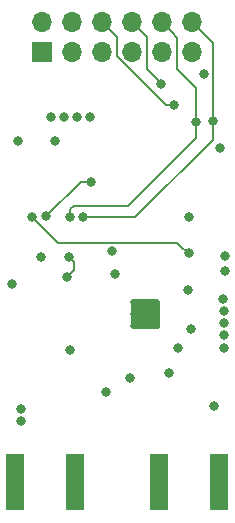
<source format=gbr>
G04 #@! TF.GenerationSoftware,KiCad,Pcbnew,5.1.5-52549c5~84~ubuntu18.04.1*
G04 #@! TF.CreationDate,2020-01-04T20:43:16+00:00*
G04 #@! TF.ProjectId,SX1257_pmod,53583132-3537-45f7-906d-6f642e6b6963,rev?*
G04 #@! TF.SameCoordinates,Original*
G04 #@! TF.FileFunction,Copper,L4,Bot*
G04 #@! TF.FilePolarity,Positive*
%FSLAX46Y46*%
G04 Gerber Fmt 4.6, Leading zero omitted, Abs format (unit mm)*
G04 Created by KiCad (PCBNEW 5.1.5-52549c5~84~ubuntu18.04.1) date 2020-01-04 20:43:16*
%MOMM*%
%LPD*%
G04 APERTURE LIST*
%ADD10R,1.524000X4.800000*%
%ADD11O,1.700000X1.700000*%
%ADD12R,1.700000X1.700000*%
%ADD13C,0.100000*%
%ADD14C,0.500000*%
%ADD15C,0.800000*%
%ADD16C,0.342900*%
%ADD17C,0.203200*%
G04 APERTURE END LIST*
D10*
X133096000Y-65613000D03*
X128016000Y-65613000D03*
X115824000Y-65613000D03*
X120904000Y-65613000D03*
D11*
X130810000Y-26670000D03*
X130810000Y-29210000D03*
X128270000Y-26670000D03*
X128270000Y-29210000D03*
X125730000Y-26670000D03*
X125730000Y-29210000D03*
X123190000Y-26670000D03*
X123190000Y-29210000D03*
X120650000Y-26670000D03*
X120650000Y-29210000D03*
X118110000Y-26670000D03*
D12*
X118110000Y-29210000D03*
G04 #@! TA.AperFunction,Conductor*
D13*
G36*
X127914504Y-50136204D02*
G01*
X127938773Y-50139804D01*
X127962571Y-50145765D01*
X127985671Y-50154030D01*
X128007849Y-50164520D01*
X128028893Y-50177133D01*
X128048598Y-50191747D01*
X128066777Y-50208223D01*
X128083253Y-50226402D01*
X128097867Y-50246107D01*
X128110480Y-50267151D01*
X128120970Y-50289329D01*
X128129235Y-50312429D01*
X128135196Y-50336227D01*
X128138796Y-50360496D01*
X128140000Y-50385000D01*
X128140000Y-52385000D01*
X128138796Y-52409504D01*
X128135196Y-52433773D01*
X128129235Y-52457571D01*
X128120970Y-52480671D01*
X128110480Y-52502849D01*
X128097867Y-52523893D01*
X128083253Y-52543598D01*
X128066777Y-52561777D01*
X128048598Y-52578253D01*
X128028893Y-52592867D01*
X128007849Y-52605480D01*
X127985671Y-52615970D01*
X127962571Y-52624235D01*
X127938773Y-52630196D01*
X127914504Y-52633796D01*
X127890000Y-52635000D01*
X125890000Y-52635000D01*
X125865496Y-52633796D01*
X125841227Y-52630196D01*
X125817429Y-52624235D01*
X125794329Y-52615970D01*
X125772151Y-52605480D01*
X125751107Y-52592867D01*
X125731402Y-52578253D01*
X125713223Y-52561777D01*
X125696747Y-52543598D01*
X125682133Y-52523893D01*
X125669520Y-52502849D01*
X125659030Y-52480671D01*
X125650765Y-52457571D01*
X125644804Y-52433773D01*
X125641204Y-52409504D01*
X125640000Y-52385000D01*
X125640000Y-50385000D01*
X125641204Y-50360496D01*
X125644804Y-50336227D01*
X125650765Y-50312429D01*
X125659030Y-50289329D01*
X125669520Y-50267151D01*
X125682133Y-50246107D01*
X125696747Y-50226402D01*
X125713223Y-50208223D01*
X125731402Y-50191747D01*
X125751107Y-50177133D01*
X125772151Y-50164520D01*
X125794329Y-50154030D01*
X125817429Y-50145765D01*
X125841227Y-50139804D01*
X125865496Y-50136204D01*
X125890000Y-50135000D01*
X127890000Y-50135000D01*
X127914504Y-50136204D01*
G37*
G04 #@! TD.AperFunction*
D14*
X125890000Y-50385000D03*
X126890000Y-50385000D03*
X127890000Y-50385000D03*
X125890000Y-51385000D03*
X126890000Y-51385000D03*
X127890000Y-51385000D03*
X125890000Y-52385000D03*
X126890000Y-52385000D03*
X127890000Y-52385000D03*
D15*
X133159500Y-67437000D03*
X133159500Y-66167000D03*
X133159500Y-63627000D03*
X133159500Y-64897000D03*
X128079500Y-67437000D03*
X128079500Y-66167000D03*
X128079500Y-64897000D03*
X128079500Y-63627000D03*
X115824000Y-66167000D03*
X115824000Y-63627000D03*
X115824000Y-67437000D03*
X115824000Y-64897000D03*
X120904000Y-66167000D03*
X120904000Y-63627000D03*
X120904000Y-67437000D03*
X120904000Y-64897000D03*
X133530000Y-51150000D03*
X133530000Y-52150000D03*
X133530000Y-53150000D03*
X130480000Y-49300000D03*
X133630000Y-47750000D03*
X133605000Y-46475000D03*
X133505000Y-50075000D03*
X116350000Y-59425000D03*
X116350000Y-60425000D03*
X128930000Y-56370000D03*
X123590000Y-57980000D03*
X125570000Y-56790000D03*
X133530000Y-54275000D03*
X120530000Y-54410000D03*
X132700000Y-59200000D03*
X115625000Y-48875000D03*
X118050000Y-46525000D03*
X124300000Y-47950000D03*
X130600000Y-43125000D03*
X116125000Y-36725000D03*
X129300000Y-33675000D03*
X128250000Y-31875000D03*
X118900000Y-34700000D03*
X120000000Y-34700000D03*
X121100000Y-34700000D03*
X122200000Y-34700000D03*
X129630000Y-54250000D03*
X130755116Y-52637358D03*
X124100000Y-46025000D03*
X131875000Y-31075000D03*
X133200000Y-37325000D03*
X119249994Y-36725000D03*
X120230000Y-48250000D03*
X120410000Y-46550000D03*
X118520000Y-43100000D03*
X122300000Y-40200000D03*
X120550000Y-43140000D03*
X131170000Y-35075000D03*
X117320000Y-43180000D03*
X130575000Y-46250000D03*
X121580000Y-43180000D03*
X132600000Y-35025000D03*
D16*
X132986500Y-65994000D02*
X133159500Y-66167000D01*
X115633500Y-66167000D02*
X116095500Y-66167000D01*
X120713500Y-66167000D02*
X121175500Y-66167000D01*
D17*
X124470000Y-27950000D02*
X124470000Y-29535685D01*
X128734315Y-33675000D02*
X129300000Y-33675000D01*
X123190000Y-26670000D02*
X124470000Y-27950000D01*
X124470000Y-29535685D02*
X128609315Y-33675000D01*
X128609315Y-33675000D02*
X128734315Y-33675000D01*
X125730000Y-26670000D02*
X127000000Y-27940000D01*
X127000000Y-27940000D02*
X127000000Y-30625000D01*
X127850001Y-31475001D02*
X128250000Y-31875000D01*
X127000000Y-30625000D02*
X127850001Y-31475001D01*
X120820000Y-46960000D02*
X120410000Y-46550000D01*
X120230000Y-48250000D02*
X120820000Y-47660000D01*
X120820000Y-47660000D02*
X120820000Y-46960000D01*
X121420000Y-40200000D02*
X122300000Y-40200000D01*
X118520000Y-43100000D02*
X121420000Y-40200000D01*
X129119999Y-27519999D02*
X128270000Y-26670000D01*
X129570000Y-27970000D02*
X129119999Y-27519999D01*
X129570000Y-30600000D02*
X129570000Y-27970000D01*
X131170000Y-32200000D02*
X129570000Y-30600000D01*
X120550000Y-42480000D02*
X120550000Y-43140000D01*
X131170000Y-35075000D02*
X131170000Y-36470000D01*
X131170000Y-36470000D02*
X125450000Y-42190000D01*
X125450000Y-42190000D02*
X120840000Y-42190000D01*
X131170000Y-35075000D02*
X131170000Y-32200000D01*
X120840000Y-42190000D02*
X120550000Y-42480000D01*
X130575000Y-46250000D02*
X130025003Y-45800001D01*
X130025003Y-45800001D02*
X129575002Y-45350000D01*
X129575002Y-45350000D02*
X119490000Y-45350000D01*
X119490000Y-45350000D02*
X117320000Y-43180000D01*
X132580000Y-28440000D02*
X130810000Y-26670000D01*
X132600000Y-35025000D02*
X132580000Y-33490000D01*
X132580000Y-33490000D02*
X132580000Y-28440000D01*
X132580000Y-36630000D02*
X126030000Y-43180000D01*
X132600000Y-35025000D02*
X132580000Y-36630000D01*
X126030000Y-43180000D02*
X121580000Y-43180000D01*
M02*

</source>
